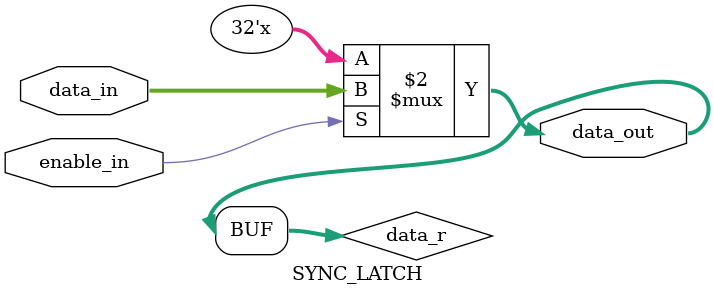
<source format=v>

module SYNC_LATCH #(parameter DATA_WIDTH=32)
   (
      input enable_in,
      input [DATA_WIDTH-1:0] data_in,
      output [DATA_WIDTH-1:0] data_out
   );

reg [DATA_WIDTH-1:0] data_r;

assign data_out = data_r;

always @(enable_in or data_in) begin
   if(enable_in)
      data_r <= data_in;
end

endmodule

</source>
